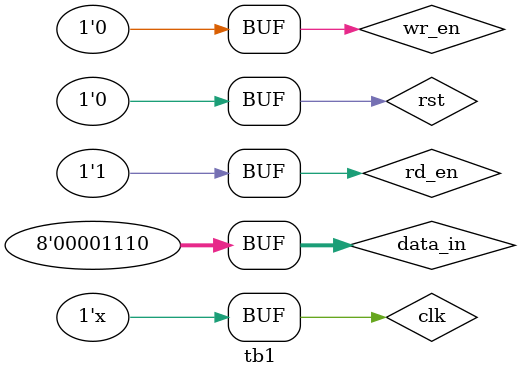
<source format=v>
`timescale 1ns / 1ps


module tb1;

	// Inputs
	reg rst;
	reg clk;
	reg wr_en;
	reg rd_en;
	reg [7:0] data_in;

	// Outputs
	wire [7:0] data_out;
	wire buf_empty;
	wire buf_full;
	wire [5:0] counter;

	// Instantiate the Unit Under Test (UUT)
	random_pntr_fifo uut (
		.rst(rst), 
		.clk(clk), 
		.wr_en(wr_en), 
		.rd_en(rd_en), 
		.data_in(data_in), 
		.data_out(data_out), 
		.buf_empty(buf_empty), 
		.buf_full(buf_full), 
		.counter(counter)
	);

	initial begin
		// Initialize Inputs
		rst = 0;
		clk = 0;
		wr_en = 0;
		rd_en = 0;
		data_in = 0;

		// Wait 100 ns for global reset to finish
		#100;
        
		// Add stimulus here
		rst = 1'b1;
		#20;
		rst = 1'b0;
		wr_en = 1'b1;
		data_in = 8'h0;
		#20;
		data_in = 8'h1;
		#20;
		data_in = 8'h2;
		#20;
		data_in = 8'h3;
		#20;
		data_in = 8'h4;
		#20;
		data_in = 8'h5;
		#20;
		data_in = 8'h6;
		#20;
		data_in = 8'h7;
		#20;
		data_in = 8'h8;
		#20;
		data_in = 8'h9;
		#20;
		data_in = 8'hA;
		#20;
		data_in = 8'hB;
		#20;
		data_in = 8'hC;
		#20;
		data_in = 8'hD;
		#20;
		data_in = 8'hE;
		#20;
		wr_en = 1'b0;
		rd_en = 1'b1;
		
	end
        always #10 clk = ~clk;
      
endmodule


</source>
